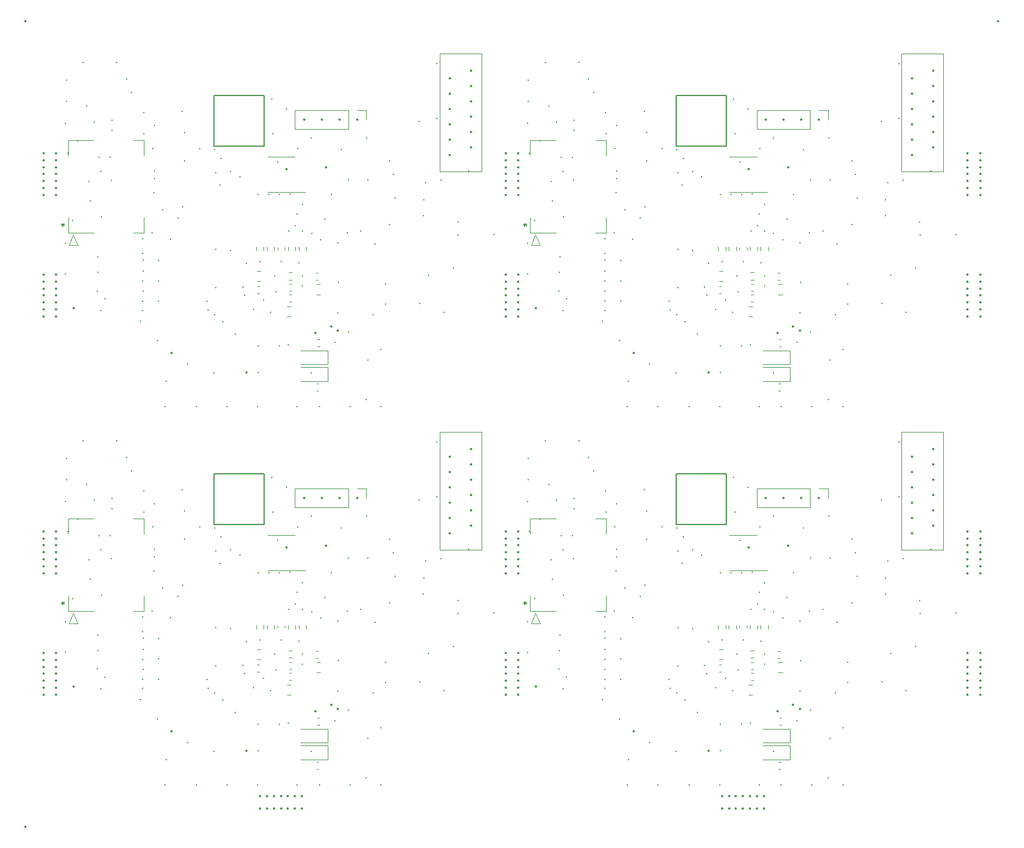
<source format=gbr>
%TF.GenerationSoftware,KiCad,Pcbnew,(6.0.0)*%
%TF.CreationDate,2022-01-03T10:41:28+08:00*%
%TF.ProjectId,SX7H02050048PB,53583748-3032-4303-9530-30343850422e,rev?*%
%TF.SameCoordinates,Original*%
%TF.FileFunction,Legend,Top*%
%TF.FilePolarity,Positive*%
%FSLAX46Y46*%
G04 Gerber Fmt 4.6, Leading zero omitted, Abs format (unit mm)*
G04 Created by KiCad (PCBNEW (6.0.0)) date 2022-01-03 10:41:28*
%MOMM*%
%LPD*%
G01*
G04 APERTURE LIST*
%ADD10C,0.150000*%
%ADD11C,0.120000*%
%ADD12C,0.300000*%
%ADD13C,0.350000*%
G04 APERTURE END LIST*
D10*
X115894998Y-87540114D02*
X123133998Y-87540114D01*
X123133998Y-87540114D02*
X123133998Y-94779114D01*
X123133998Y-94779114D02*
X115894998Y-94779114D01*
X115894998Y-94779114D02*
X115894998Y-87540114D01*
X49544998Y-87540114D02*
X56783998Y-87540114D01*
X56783998Y-87540114D02*
X56783998Y-94779114D01*
X56783998Y-94779114D02*
X49544998Y-94779114D01*
X49544998Y-94779114D02*
X49544998Y-87540114D01*
X115894998Y-33190053D02*
X123133998Y-33190053D01*
X123133998Y-33190053D02*
X123133998Y-40429053D01*
X123133998Y-40429053D02*
X115894998Y-40429053D01*
X115894998Y-40429053D02*
X115894998Y-33190053D01*
X49544998Y-33190053D02*
X56783998Y-33190053D01*
X56783998Y-33190053D02*
X56783998Y-40429053D01*
X56783998Y-40429053D02*
X49544998Y-40429053D01*
X49544998Y-40429053D02*
X49544998Y-33190053D01*
%TO.C,*%
%TO.C,J2*%
X94011378Y-106082114D02*
X94249474Y-106082114D01*
X94154236Y-106320209D02*
X94249474Y-106082114D01*
X94154236Y-105844018D01*
X94439950Y-106224971D02*
X94249474Y-106082114D01*
X94439950Y-105939256D01*
X27661378Y-106082114D02*
X27899474Y-106082114D01*
X27804236Y-106320209D02*
X27899474Y-106082114D01*
X27804236Y-105844018D01*
X28089950Y-106224971D02*
X27899474Y-106082114D01*
X28089950Y-105939256D01*
X94011378Y-51732053D02*
X94249474Y-51732053D01*
X94154236Y-51970148D02*
X94249474Y-51732053D01*
X94154236Y-51493957D01*
X94439950Y-51874910D02*
X94249474Y-51732053D01*
X94439950Y-51589195D01*
X27661378Y-51732053D02*
X27899474Y-51732053D01*
X27804236Y-51970148D02*
X27899474Y-51732053D01*
X27804236Y-51493957D01*
X28089950Y-51874910D02*
X27899474Y-51732053D01*
X28089950Y-51589195D01*
%TO.C,*%
D11*
%TO.C,C120*%
X126989578Y-115609114D02*
X126708418Y-115609114D01*
X126989578Y-114589114D02*
X126708418Y-114589114D01*
%TO.C,R109*%
X129117498Y-109748372D02*
X129117498Y-109273856D01*
X128072498Y-109748372D02*
X128072498Y-109273856D01*
%TO.C,C117*%
X130619746Y-114618114D02*
X131142250Y-114618114D01*
X130619746Y-116088114D02*
X131142250Y-116088114D01*
%TO.C,J2*%
X94975999Y-105073654D02*
X94975999Y-107253601D01*
X105825997Y-93953627D02*
X104346053Y-93953627D01*
X96335999Y-109031601D02*
X95065999Y-109031601D01*
X105825997Y-96133574D02*
X105825997Y-93953627D01*
X104346053Y-107253601D02*
X105825997Y-107253601D01*
X94975999Y-107253601D02*
X98655973Y-107253601D01*
X94975999Y-93953627D02*
X94975999Y-96133574D01*
X95700999Y-107507601D02*
X96335999Y-109031601D01*
X95065999Y-109031601D02*
X95700999Y-107507601D01*
X105825997Y-107253601D02*
X105825997Y-105073654D01*
X98655973Y-93953627D02*
X94975999Y-93953627D01*
%TO.C,L103*%
X127120256Y-113970614D02*
X126645740Y-113970614D01*
X127120256Y-112925614D02*
X126645740Y-112925614D01*
%TO.C,C116*%
X122110746Y-114183114D02*
X122633250Y-114183114D01*
X122110746Y-112713114D02*
X122633250Y-112713114D01*
%TO.C,D107*%
X132241998Y-126132114D02*
X128341998Y-126132114D01*
X132241998Y-126132114D02*
X132241998Y-124132114D01*
X132241998Y-124132114D02*
X128341998Y-124132114D01*
%TO.C,R116*%
X126548498Y-109748372D02*
X126548498Y-109273856D01*
X127593498Y-109748372D02*
X127593498Y-109273856D01*
%TO.C,J1*%
X154312998Y-81537114D02*
X154312998Y-98437114D01*
X148312998Y-81537114D02*
X148312998Y-98437114D01*
X148312998Y-81537114D02*
X154312998Y-81537114D01*
X148312998Y-98437114D02*
X154312998Y-98437114D01*
%TO.C,C135*%
X130894578Y-129960114D02*
X130613418Y-129960114D01*
X130894578Y-128940114D02*
X130613418Y-128940114D01*
%TO.C,D106*%
X132241998Y-128545114D02*
X132241998Y-126545114D01*
X132241998Y-126545114D02*
X128341998Y-126545114D01*
X132241998Y-128545114D02*
X128341998Y-128545114D01*
%TO.C,C122*%
X126056998Y-109370534D02*
X126056998Y-109651694D01*
X125036998Y-109370534D02*
X125036998Y-109651694D01*
%TO.C,R119*%
X121976498Y-109273856D02*
X121976498Y-109748372D01*
X123021498Y-109273856D02*
X123021498Y-109748372D01*
%TO.C,C119*%
X126890250Y-117793114D02*
X126367746Y-117793114D01*
X126890250Y-119263114D02*
X126367746Y-119263114D01*
%TO.C,C113*%
X122104418Y-115990114D02*
X122385578Y-115990114D01*
X122104418Y-114970114D02*
X122385578Y-114970114D01*
%TO.C,J101*%
X127508998Y-89639114D02*
X127508998Y-92299114D01*
X137788998Y-89639114D02*
X137788998Y-90969114D01*
X135188998Y-89639114D02*
X135188998Y-92299114D01*
X136458998Y-89639114D02*
X137788998Y-89639114D01*
X135188998Y-89639114D02*
X127508998Y-89639114D01*
X135188998Y-92299114D02*
X127508998Y-92299114D01*
%TO.C,C136*%
X131021578Y-122590114D02*
X130740418Y-122590114D01*
X131021578Y-123610114D02*
X130740418Y-123610114D01*
%TO.C,R110*%
X123500498Y-109273856D02*
X123500498Y-109748372D01*
X124545498Y-109273856D02*
X124545498Y-109748372D01*
%TO.C,U103*%
X125546998Y-96283114D02*
X123596998Y-96283114D01*
X125546998Y-101403114D02*
X128996998Y-101403114D01*
X125546998Y-101403114D02*
X123596998Y-101403114D01*
X125546998Y-96283114D02*
X127496998Y-96283114D01*
%TO.C,C118*%
X130520418Y-112976354D02*
X130801578Y-112976354D01*
X130520418Y-113996354D02*
X130801578Y-113996354D01*
%TO.C,C121*%
X126989578Y-117175354D02*
X126708418Y-117175354D01*
X126989578Y-116155354D02*
X126708418Y-116155354D01*
%TO.C,C120*%
X60639578Y-115609114D02*
X60358418Y-115609114D01*
X60639578Y-114589114D02*
X60358418Y-114589114D01*
%TO.C,R109*%
X62767498Y-109748372D02*
X62767498Y-109273856D01*
X61722498Y-109748372D02*
X61722498Y-109273856D01*
%TO.C,C117*%
X64269746Y-114618114D02*
X64792250Y-114618114D01*
X64269746Y-116088114D02*
X64792250Y-116088114D01*
%TO.C,J2*%
X28625999Y-105073654D02*
X28625999Y-107253601D01*
X39475997Y-93953627D02*
X37996053Y-93953627D01*
X29985999Y-109031601D02*
X28715999Y-109031601D01*
X39475997Y-96133574D02*
X39475997Y-93953627D01*
X37996053Y-107253601D02*
X39475997Y-107253601D01*
X28625999Y-107253601D02*
X32305973Y-107253601D01*
X28625999Y-93953627D02*
X28625999Y-96133574D01*
X29350999Y-107507601D02*
X29985999Y-109031601D01*
X28715999Y-109031601D02*
X29350999Y-107507601D01*
X39475997Y-107253601D02*
X39475997Y-105073654D01*
X32305973Y-93953627D02*
X28625999Y-93953627D01*
%TO.C,L103*%
X60770256Y-113970614D02*
X60295740Y-113970614D01*
X60770256Y-112925614D02*
X60295740Y-112925614D01*
%TO.C,C116*%
X55760746Y-114183114D02*
X56283250Y-114183114D01*
X55760746Y-112713114D02*
X56283250Y-112713114D01*
%TO.C,D107*%
X65891998Y-126132114D02*
X61991998Y-126132114D01*
X65891998Y-126132114D02*
X65891998Y-124132114D01*
X65891998Y-124132114D02*
X61991998Y-124132114D01*
%TO.C,R116*%
X60198498Y-109748372D02*
X60198498Y-109273856D01*
X61243498Y-109748372D02*
X61243498Y-109273856D01*
%TO.C,J1*%
X87962998Y-81537114D02*
X87962998Y-98437114D01*
X81962998Y-81537114D02*
X81962998Y-98437114D01*
X81962998Y-81537114D02*
X87962998Y-81537114D01*
X81962998Y-98437114D02*
X87962998Y-98437114D01*
%TO.C,C135*%
X64544578Y-129960114D02*
X64263418Y-129960114D01*
X64544578Y-128940114D02*
X64263418Y-128940114D01*
%TO.C,D106*%
X65891998Y-128545114D02*
X65891998Y-126545114D01*
X65891998Y-126545114D02*
X61991998Y-126545114D01*
X65891998Y-128545114D02*
X61991998Y-128545114D01*
%TO.C,C122*%
X59706998Y-109370534D02*
X59706998Y-109651694D01*
X58686998Y-109370534D02*
X58686998Y-109651694D01*
%TO.C,R119*%
X55626498Y-109273856D02*
X55626498Y-109748372D01*
X56671498Y-109273856D02*
X56671498Y-109748372D01*
%TO.C,C119*%
X60540250Y-117793114D02*
X60017746Y-117793114D01*
X60540250Y-119263114D02*
X60017746Y-119263114D01*
%TO.C,C113*%
X55754418Y-115990114D02*
X56035578Y-115990114D01*
X55754418Y-114970114D02*
X56035578Y-114970114D01*
%TO.C,J101*%
X61158998Y-89639114D02*
X61158998Y-92299114D01*
X71438998Y-89639114D02*
X71438998Y-90969114D01*
X68838998Y-89639114D02*
X68838998Y-92299114D01*
X70108998Y-89639114D02*
X71438998Y-89639114D01*
X68838998Y-89639114D02*
X61158998Y-89639114D01*
X68838998Y-92299114D02*
X61158998Y-92299114D01*
%TO.C,C136*%
X64671578Y-122590114D02*
X64390418Y-122590114D01*
X64671578Y-123610114D02*
X64390418Y-123610114D01*
%TO.C,R110*%
X57150498Y-109273856D02*
X57150498Y-109748372D01*
X58195498Y-109273856D02*
X58195498Y-109748372D01*
%TO.C,U103*%
X59196998Y-96283114D02*
X57246998Y-96283114D01*
X59196998Y-101403114D02*
X62646998Y-101403114D01*
X59196998Y-101403114D02*
X57246998Y-101403114D01*
X59196998Y-96283114D02*
X61146998Y-96283114D01*
%TO.C,C118*%
X64170418Y-112976354D02*
X64451578Y-112976354D01*
X64170418Y-113996354D02*
X64451578Y-113996354D01*
%TO.C,C121*%
X60639578Y-117175354D02*
X60358418Y-117175354D01*
X60639578Y-116155354D02*
X60358418Y-116155354D01*
%TO.C,C120*%
X126989578Y-61259053D02*
X126708418Y-61259053D01*
X126989578Y-60239053D02*
X126708418Y-60239053D01*
%TO.C,R109*%
X129117498Y-55398311D02*
X129117498Y-54923795D01*
X128072498Y-55398311D02*
X128072498Y-54923795D01*
%TO.C,C117*%
X130619746Y-60268053D02*
X131142250Y-60268053D01*
X130619746Y-61738053D02*
X131142250Y-61738053D01*
%TO.C,J2*%
X94975999Y-50723593D02*
X94975999Y-52903540D01*
X105825997Y-39603566D02*
X104346053Y-39603566D01*
X96335999Y-54681540D02*
X95065999Y-54681540D01*
X105825997Y-41783513D02*
X105825997Y-39603566D01*
X104346053Y-52903540D02*
X105825997Y-52903540D01*
X94975999Y-52903540D02*
X98655973Y-52903540D01*
X94975999Y-39603566D02*
X94975999Y-41783513D01*
X95700999Y-53157540D02*
X96335999Y-54681540D01*
X95065999Y-54681540D02*
X95700999Y-53157540D01*
X105825997Y-52903540D02*
X105825997Y-50723593D01*
X98655973Y-39603566D02*
X94975999Y-39603566D01*
%TO.C,L103*%
X127120256Y-59620553D02*
X126645740Y-59620553D01*
X127120256Y-58575553D02*
X126645740Y-58575553D01*
%TO.C,C116*%
X122110746Y-59833053D02*
X122633250Y-59833053D01*
X122110746Y-58363053D02*
X122633250Y-58363053D01*
%TO.C,D107*%
X132241998Y-71782053D02*
X128341998Y-71782053D01*
X132241998Y-71782053D02*
X132241998Y-69782053D01*
X132241998Y-69782053D02*
X128341998Y-69782053D01*
%TO.C,R116*%
X126548498Y-55398311D02*
X126548498Y-54923795D01*
X127593498Y-55398311D02*
X127593498Y-54923795D01*
%TO.C,J1*%
X154312998Y-27187053D02*
X154312998Y-44087053D01*
X148312998Y-27187053D02*
X148312998Y-44087053D01*
X148312998Y-27187053D02*
X154312998Y-27187053D01*
X148312998Y-44087053D02*
X154312998Y-44087053D01*
%TO.C,C135*%
X130894578Y-75610053D02*
X130613418Y-75610053D01*
X130894578Y-74590053D02*
X130613418Y-74590053D01*
%TO.C,D106*%
X132241998Y-74195053D02*
X132241998Y-72195053D01*
X132241998Y-72195053D02*
X128341998Y-72195053D01*
X132241998Y-74195053D02*
X128341998Y-74195053D01*
%TO.C,C122*%
X126056998Y-55020473D02*
X126056998Y-55301633D01*
X125036998Y-55020473D02*
X125036998Y-55301633D01*
%TO.C,R119*%
X121976498Y-54923795D02*
X121976498Y-55398311D01*
X123021498Y-54923795D02*
X123021498Y-55398311D01*
%TO.C,C119*%
X126890250Y-63443053D02*
X126367746Y-63443053D01*
X126890250Y-64913053D02*
X126367746Y-64913053D01*
%TO.C,C113*%
X122104418Y-61640053D02*
X122385578Y-61640053D01*
X122104418Y-60620053D02*
X122385578Y-60620053D01*
%TO.C,J101*%
X127508998Y-35289053D02*
X127508998Y-37949053D01*
X137788998Y-35289053D02*
X137788998Y-36619053D01*
X135188998Y-35289053D02*
X135188998Y-37949053D01*
X136458998Y-35289053D02*
X137788998Y-35289053D01*
X135188998Y-35289053D02*
X127508998Y-35289053D01*
X135188998Y-37949053D02*
X127508998Y-37949053D01*
%TO.C,C136*%
X131021578Y-68240053D02*
X130740418Y-68240053D01*
X131021578Y-69260053D02*
X130740418Y-69260053D01*
%TO.C,R110*%
X123500498Y-54923795D02*
X123500498Y-55398311D01*
X124545498Y-54923795D02*
X124545498Y-55398311D01*
%TO.C,U103*%
X125546998Y-41933053D02*
X123596998Y-41933053D01*
X125546998Y-47053053D02*
X128996998Y-47053053D01*
X125546998Y-47053053D02*
X123596998Y-47053053D01*
X125546998Y-41933053D02*
X127496998Y-41933053D01*
%TO.C,C118*%
X130520418Y-58626293D02*
X130801578Y-58626293D01*
X130520418Y-59646293D02*
X130801578Y-59646293D01*
%TO.C,C121*%
X126989578Y-62825293D02*
X126708418Y-62825293D01*
X126989578Y-61805293D02*
X126708418Y-61805293D01*
%TO.C,C120*%
X60639578Y-61259053D02*
X60358418Y-61259053D01*
X60639578Y-60239053D02*
X60358418Y-60239053D01*
%TO.C,R109*%
X62767498Y-55398311D02*
X62767498Y-54923795D01*
X61722498Y-55398311D02*
X61722498Y-54923795D01*
%TO.C,C117*%
X64269746Y-60268053D02*
X64792250Y-60268053D01*
X64269746Y-61738053D02*
X64792250Y-61738053D01*
%TO.C,J2*%
X28625999Y-50723593D02*
X28625999Y-52903540D01*
X39475997Y-39603566D02*
X37996053Y-39603566D01*
X29985999Y-54681540D02*
X28715999Y-54681540D01*
X39475997Y-41783513D02*
X39475997Y-39603566D01*
X37996053Y-52903540D02*
X39475997Y-52903540D01*
X28625999Y-52903540D02*
X32305973Y-52903540D01*
X28625999Y-39603566D02*
X28625999Y-41783513D01*
X29350999Y-53157540D02*
X29985999Y-54681540D01*
X28715999Y-54681540D02*
X29350999Y-53157540D01*
X39475997Y-52903540D02*
X39475997Y-50723593D01*
X32305973Y-39603566D02*
X28625999Y-39603566D01*
%TO.C,L103*%
X60770256Y-59620553D02*
X60295740Y-59620553D01*
X60770256Y-58575553D02*
X60295740Y-58575553D01*
%TO.C,C116*%
X55760746Y-59833053D02*
X56283250Y-59833053D01*
X55760746Y-58363053D02*
X56283250Y-58363053D01*
%TO.C,D107*%
X65891998Y-71782053D02*
X61991998Y-71782053D01*
X65891998Y-71782053D02*
X65891998Y-69782053D01*
X65891998Y-69782053D02*
X61991998Y-69782053D01*
%TO.C,R116*%
X60198498Y-55398311D02*
X60198498Y-54923795D01*
X61243498Y-55398311D02*
X61243498Y-54923795D01*
%TO.C,J1*%
X87962998Y-27187053D02*
X87962998Y-44087053D01*
X81962998Y-27187053D02*
X81962998Y-44087053D01*
X81962998Y-27187053D02*
X87962998Y-27187053D01*
X81962998Y-44087053D02*
X87962998Y-44087053D01*
%TO.C,C135*%
X64544578Y-75610053D02*
X64263418Y-75610053D01*
X64544578Y-74590053D02*
X64263418Y-74590053D01*
%TO.C,D106*%
X65891998Y-74195053D02*
X65891998Y-72195053D01*
X65891998Y-72195053D02*
X61991998Y-72195053D01*
X65891998Y-74195053D02*
X61991998Y-74195053D01*
%TO.C,C122*%
X59706998Y-55020473D02*
X59706998Y-55301633D01*
X58686998Y-55020473D02*
X58686998Y-55301633D01*
%TO.C,R119*%
X55626498Y-54923795D02*
X55626498Y-55398311D01*
X56671498Y-54923795D02*
X56671498Y-55398311D01*
%TO.C,C119*%
X60540250Y-63443053D02*
X60017746Y-63443053D01*
X60540250Y-64913053D02*
X60017746Y-64913053D01*
%TO.C,C113*%
X55754418Y-61640053D02*
X56035578Y-61640053D01*
X55754418Y-60620053D02*
X56035578Y-60620053D01*
%TO.C,J101*%
X61158998Y-35289053D02*
X61158998Y-37949053D01*
X71438998Y-35289053D02*
X71438998Y-36619053D01*
X68838998Y-35289053D02*
X68838998Y-37949053D01*
X70108998Y-35289053D02*
X71438998Y-35289053D01*
X68838998Y-35289053D02*
X61158998Y-35289053D01*
X68838998Y-37949053D02*
X61158998Y-37949053D01*
%TO.C,C136*%
X64671578Y-68240053D02*
X64390418Y-68240053D01*
X64671578Y-69260053D02*
X64390418Y-69260053D01*
%TO.C,R110*%
X57150498Y-54923795D02*
X57150498Y-55398311D01*
X58195498Y-54923795D02*
X58195498Y-55398311D01*
%TO.C,U103*%
X59196998Y-41933053D02*
X57246998Y-41933053D01*
X59196998Y-47053053D02*
X62646998Y-47053053D01*
X59196998Y-47053053D02*
X57246998Y-47053053D01*
X59196998Y-41933053D02*
X61146998Y-41933053D01*
%TO.C,C118*%
X64170418Y-58626293D02*
X64451578Y-58626293D01*
X64170418Y-59646293D02*
X64451578Y-59646293D01*
%TO.C,C121*%
X60639578Y-62825293D02*
X60358418Y-62825293D01*
X60639578Y-61805293D02*
X60358418Y-61805293D01*
%TD*%
D12*
X127628598Y-106258714D03*
X122244998Y-101764114D03*
X118307998Y-98462114D03*
X125332498Y-101758730D03*
X123768998Y-101764114D03*
X119617498Y-99224114D03*
X150932998Y-105701114D03*
X139008998Y-108811114D03*
X133674998Y-108686114D03*
X105836598Y-93051914D03*
X115049748Y-118317864D03*
X116021998Y-119036114D03*
X107385998Y-98335114D03*
X114914998Y-117095114D03*
X107385998Y-91858114D03*
X117164998Y-120052114D03*
X107258998Y-101510114D03*
X122498998Y-111416114D03*
X105698998Y-108114114D03*
X105701898Y-114185314D03*
X105690598Y-117082814D03*
X105722598Y-111158014D03*
X146013536Y-102506576D03*
X135198998Y-99605114D03*
X137992998Y-99605114D03*
X126689998Y-106971114D03*
X128594998Y-106971114D03*
X107131998Y-95160114D03*
X105811198Y-90003914D03*
X107385998Y-99478114D03*
X97987998Y-99859114D03*
X99210998Y-112917214D03*
X100227298Y-116728814D03*
X99220198Y-110700814D03*
X99118598Y-115577614D03*
X99765998Y-104939114D03*
X125292998Y-123481114D03*
X122244998Y-127291114D03*
X95574998Y-105447114D03*
X145993998Y-104812114D03*
X146311498Y-100049614D03*
X132785998Y-101764114D03*
X126562998Y-123354114D03*
X122244998Y-123481114D03*
X126816998Y-101637114D03*
X128594998Y-114845114D03*
X126300998Y-89437114D03*
D13*
X132724164Y-120726614D03*
D12*
X128594998Y-113448114D03*
D13*
X133674998Y-121322114D03*
D12*
X116783998Y-100367114D03*
X135071998Y-107225114D03*
X120029458Y-115010524D03*
X127832998Y-104558114D03*
X129930998Y-107286114D03*
X109630954Y-108137958D03*
X107957798Y-114140214D03*
X110742898Y-105146414D03*
D13*
X109798998Y-124497114D03*
D12*
X107957798Y-117050814D03*
X107948598Y-111179614D03*
X94558998Y-108749114D03*
X101162998Y-99732114D03*
X118942998Y-121830114D03*
X107766998Y-122719114D03*
X135449366Y-132244114D03*
X148914998Y-118655114D03*
X152470998Y-98335114D03*
X97606998Y-89064114D03*
X124187398Y-88057114D03*
X113333226Y-132244114D03*
X113862998Y-95160114D03*
X111703998Y-92874114D03*
X101289998Y-92493114D03*
X128086998Y-111543114D03*
X145485998Y-117385114D03*
X116148998Y-109638114D03*
X146755998Y-113321114D03*
X107009098Y-107203814D03*
D13*
X120593998Y-127291114D03*
D12*
X112084998Y-126148114D03*
X116021998Y-95287114D03*
X94711398Y-88378314D03*
X94558998Y-91477114D03*
X134182998Y-95287114D03*
X120339998Y-116242114D03*
X117756454Y-132244114D03*
X99638998Y-118401114D03*
X133674998Y-118782114D03*
X101035998Y-96430114D03*
X111449998Y-103542114D03*
X128594998Y-103161114D03*
X104058598Y-87057514D03*
X125038998Y-97065114D03*
X109036998Y-128561114D03*
X124657998Y-113448114D03*
X94711398Y-85279514D03*
X147898998Y-90842114D03*
X131261998Y-108241114D03*
D13*
X132023998Y-97827114D03*
D12*
X124784998Y-115734114D03*
X137738998Y-131228114D03*
X111322998Y-89826114D03*
X127959998Y-95160114D03*
X141929998Y-102272114D03*
X136976998Y-106971114D03*
X103347398Y-85177914D03*
X124403998Y-93001114D03*
X141167998Y-96938114D03*
X150946998Y-107606114D03*
X121609998Y-118274114D03*
X124022998Y-118655114D03*
X156153998Y-107479114D03*
X98749998Y-91350114D03*
X135198998Y-121449114D03*
X137992998Y-125513114D03*
X138754998Y-119036114D03*
X99384998Y-96430114D03*
X133801998Y-114337114D03*
X131026138Y-132244114D03*
X123006998Y-116877114D03*
X105713398Y-112714014D03*
X122179682Y-132244114D03*
X118307998Y-109765114D03*
X99638998Y-98462114D03*
X139897998Y-123989114D03*
X133293998Y-122973114D03*
X116910998Y-96557114D03*
D13*
X126308998Y-98081114D03*
D12*
X129864998Y-127418114D03*
X137865998Y-93636114D03*
X131848504Y-105272224D03*
X98114998Y-102653114D03*
X127832998Y-132244114D03*
X140532998Y-117512114D03*
X116148998Y-98589114D03*
X150311998Y-112305114D03*
X139872598Y-132244114D03*
X101289998Y-91096114D03*
X105722598Y-115587014D03*
X148533998Y-99732114D03*
X115894998Y-127418114D03*
X105671798Y-118371614D03*
X140532998Y-114591114D03*
D13*
X95756898Y-118049614D03*
D12*
X116148998Y-115099114D03*
X105353998Y-119925114D03*
X94558998Y-113194114D03*
X125546998Y-111416114D03*
X147898998Y-82968114D03*
D13*
X130501278Y-121663614D03*
D12*
X108528998Y-103923114D03*
X105688298Y-110201014D03*
X108909998Y-132244114D03*
X96336998Y-94017114D03*
X111703998Y-96938114D03*
X145358998Y-91223114D03*
X141167998Y-106082114D03*
X94874893Y-95833462D03*
X120593998Y-111670114D03*
X97098998Y-82739514D03*
X129864998Y-93636114D03*
X101924998Y-82790314D03*
X141675998Y-98843114D03*
X61278598Y-106258714D03*
X55894998Y-101764114D03*
X51957998Y-98462114D03*
X58982498Y-101758730D03*
X57418998Y-101764114D03*
X53267498Y-99224114D03*
X84582998Y-105701114D03*
X72658998Y-108811114D03*
X67324998Y-108686114D03*
X39486598Y-93051914D03*
X48699748Y-118317864D03*
X49671998Y-119036114D03*
X41035998Y-98335114D03*
X48564998Y-117095114D03*
X41035998Y-91858114D03*
X50814998Y-120052114D03*
X40908998Y-101510114D03*
X56148998Y-111416114D03*
X39348998Y-108114114D03*
X39351898Y-114185314D03*
X39340598Y-117082814D03*
X39372598Y-111158014D03*
X79663536Y-102506576D03*
X68848998Y-99605114D03*
X71642998Y-99605114D03*
X60339998Y-106971114D03*
X62244998Y-106971114D03*
X40781998Y-95160114D03*
X39461198Y-90003914D03*
X41035998Y-99478114D03*
X31637998Y-99859114D03*
X32860998Y-112917214D03*
X33877298Y-116728814D03*
X32870198Y-110700814D03*
X32768598Y-115577614D03*
X33415998Y-104939114D03*
X58942998Y-123481114D03*
X55894998Y-127291114D03*
X29224998Y-105447114D03*
X79643998Y-104812114D03*
X79961498Y-100049614D03*
X66435998Y-101764114D03*
X60212998Y-123354114D03*
X55894998Y-123481114D03*
X60466998Y-101637114D03*
X62244998Y-114845114D03*
X59950998Y-89437114D03*
D13*
X66374164Y-120726614D03*
D12*
X62244998Y-113448114D03*
D13*
X67324998Y-121322114D03*
D12*
X50433998Y-100367114D03*
X68721998Y-107225114D03*
X53679458Y-115010524D03*
X61482998Y-104558114D03*
X63580998Y-107286114D03*
X43280954Y-108137958D03*
X41607798Y-114140214D03*
X44392898Y-105146414D03*
D13*
X43448998Y-124497114D03*
D12*
X41607798Y-117050814D03*
X41598598Y-111179614D03*
X28208998Y-108749114D03*
X34812998Y-99732114D03*
X52592998Y-121830114D03*
X41416998Y-122719114D03*
X69099366Y-132244114D03*
X82564998Y-118655114D03*
X86120998Y-98335114D03*
X31256998Y-89064114D03*
X57837398Y-88057114D03*
X46983226Y-132244114D03*
X47512998Y-95160114D03*
X45353998Y-92874114D03*
X34939998Y-92493114D03*
X61736998Y-111543114D03*
X79135998Y-117385114D03*
X49798998Y-109638114D03*
X80405998Y-113321114D03*
X40659098Y-107203814D03*
D13*
X54243998Y-127291114D03*
D12*
X45734998Y-126148114D03*
X49671998Y-95287114D03*
X28361398Y-88378314D03*
X28208998Y-91477114D03*
X67832998Y-95287114D03*
X53989998Y-116242114D03*
X51406454Y-132244114D03*
X33288998Y-118401114D03*
X67324998Y-118782114D03*
X34685998Y-96430114D03*
X45099998Y-103542114D03*
X62244998Y-103161114D03*
X37708598Y-87057514D03*
X58688998Y-97065114D03*
X42686998Y-128561114D03*
X58307998Y-113448114D03*
X28361398Y-85279514D03*
X81548998Y-90842114D03*
X64911998Y-108241114D03*
D13*
X65673998Y-97827114D03*
D12*
X58434998Y-115734114D03*
X71388998Y-131228114D03*
X44972998Y-89826114D03*
X61609998Y-95160114D03*
X75579998Y-102272114D03*
X70626998Y-106971114D03*
X36997398Y-85177914D03*
X58053998Y-93001114D03*
X74817998Y-96938114D03*
X84596998Y-107606114D03*
X55259998Y-118274114D03*
X57672998Y-118655114D03*
X89803998Y-107479114D03*
X32399998Y-91350114D03*
X68848998Y-121449114D03*
X71642998Y-125513114D03*
X72404998Y-119036114D03*
X33034998Y-96430114D03*
X67451998Y-114337114D03*
X64676138Y-132244114D03*
X56656998Y-116877114D03*
X39363398Y-112714014D03*
X55829682Y-132244114D03*
X51957998Y-109765114D03*
X33288998Y-98462114D03*
X73547998Y-123989114D03*
X66943998Y-122973114D03*
X50560998Y-96557114D03*
D13*
X59958998Y-98081114D03*
D12*
X63514998Y-127418114D03*
X71515998Y-93636114D03*
X65498504Y-105272224D03*
X31764998Y-102653114D03*
X61482998Y-132244114D03*
X74182998Y-117512114D03*
X49798998Y-98589114D03*
X83961998Y-112305114D03*
X73522598Y-132244114D03*
X34939998Y-91096114D03*
X39372598Y-115587014D03*
X82183998Y-99732114D03*
X49544998Y-127418114D03*
X39321798Y-118371614D03*
X74182998Y-114591114D03*
D13*
X29406898Y-118049614D03*
D12*
X49798998Y-115099114D03*
X39003998Y-119925114D03*
X28208998Y-113194114D03*
X59196998Y-111416114D03*
X81548998Y-82968114D03*
D13*
X64151278Y-121663614D03*
D12*
X42178998Y-103923114D03*
X39338298Y-110201014D03*
X42559998Y-132244114D03*
X29986998Y-94017114D03*
X45353998Y-96938114D03*
X79008998Y-91223114D03*
X74817998Y-106082114D03*
X28524893Y-95833462D03*
X54243998Y-111670114D03*
X30748998Y-82739514D03*
X63514998Y-93636114D03*
X35574998Y-82790314D03*
X75325998Y-98843114D03*
X127628598Y-51908653D03*
X122244998Y-47414053D03*
X118307998Y-44112053D03*
X125332498Y-47408669D03*
X123768998Y-47414053D03*
X119617498Y-44874053D03*
X150932998Y-51351053D03*
X139008998Y-54461053D03*
X133674998Y-54336053D03*
X105836598Y-38701853D03*
X115049748Y-63967803D03*
X116021998Y-64686053D03*
X107385998Y-43985053D03*
X114914998Y-62745053D03*
X107385998Y-37508053D03*
X117164998Y-65702053D03*
X107258998Y-47160053D03*
X122498998Y-57066053D03*
X105698998Y-53764053D03*
X105701898Y-59835253D03*
X105690598Y-62732753D03*
X105722598Y-56807953D03*
X146013536Y-48156515D03*
X135198998Y-45255053D03*
X137992998Y-45255053D03*
X126689998Y-52621053D03*
X128594998Y-52621053D03*
X107131998Y-40810053D03*
X105811198Y-35653853D03*
X107385998Y-45128053D03*
X97987998Y-45509053D03*
X99210998Y-58567153D03*
X100227298Y-62378753D03*
X99220198Y-56350753D03*
X99118598Y-61227553D03*
X99765998Y-50589053D03*
X125292998Y-69131053D03*
X122244998Y-72941053D03*
X95574998Y-51097053D03*
X145993998Y-50462053D03*
X146311498Y-45699553D03*
X132785998Y-47414053D03*
X126562998Y-69004053D03*
X122244998Y-69131053D03*
X126816998Y-47287053D03*
X128594998Y-60495053D03*
X126300998Y-35087053D03*
D13*
X132724164Y-66376553D03*
D12*
X128594998Y-59098053D03*
D13*
X133674998Y-66972053D03*
D12*
X116783998Y-46017053D03*
X135071998Y-52875053D03*
X120029458Y-60660463D03*
X127832998Y-50208053D03*
X129930998Y-52936053D03*
X109630954Y-53787897D03*
X107957798Y-59790153D03*
X110742898Y-50796353D03*
D13*
X109798998Y-70147053D03*
D12*
X107957798Y-62700753D03*
X107948598Y-56829553D03*
X94558998Y-54399053D03*
X101162998Y-45382053D03*
X118942998Y-67480053D03*
X107766998Y-68369053D03*
X135449366Y-77894053D03*
X148914998Y-64305053D03*
X152470998Y-43985053D03*
X97606998Y-34714053D03*
X124187398Y-33707053D03*
X113333226Y-77894053D03*
X113862998Y-40810053D03*
X111703998Y-38524053D03*
X101289998Y-38143053D03*
X128086998Y-57193053D03*
X145485998Y-63035053D03*
X116148998Y-55288053D03*
X146755998Y-58971053D03*
X107009098Y-52853753D03*
D13*
X120593998Y-72941053D03*
D12*
X112084998Y-71798053D03*
X116021998Y-40937053D03*
X94711398Y-34028253D03*
X94558998Y-37127053D03*
X134182998Y-40937053D03*
X120339998Y-61892053D03*
X117756454Y-77894053D03*
X99638998Y-64051053D03*
X133674998Y-64432053D03*
X101035998Y-42080053D03*
X111449998Y-49192053D03*
X128594998Y-48811053D03*
X104058598Y-32707453D03*
X125038998Y-42715053D03*
X109036998Y-74211053D03*
X124657998Y-59098053D03*
X94711398Y-30929453D03*
X147898998Y-36492053D03*
X131261998Y-53891053D03*
D13*
X132023998Y-43477053D03*
D12*
X124784998Y-61384053D03*
X137738998Y-76878053D03*
X111322998Y-35476053D03*
X127959998Y-40810053D03*
X141929998Y-47922053D03*
X136976998Y-52621053D03*
X103347398Y-30827853D03*
X124403998Y-38651053D03*
X141167998Y-42588053D03*
X150946998Y-53256053D03*
X121609998Y-63924053D03*
X124022998Y-64305053D03*
X156153998Y-53129053D03*
X98749998Y-37000053D03*
X135198998Y-67099053D03*
X137992998Y-71163053D03*
X138754998Y-64686053D03*
X99384998Y-42080053D03*
X133801998Y-59987053D03*
X131026138Y-77894053D03*
X123006998Y-62527053D03*
X105713398Y-58363953D03*
X122179682Y-77894053D03*
X118307998Y-55415053D03*
X99638998Y-44112053D03*
X139897998Y-69639053D03*
X133293998Y-68623053D03*
X116910998Y-42207053D03*
D13*
X126308998Y-43731053D03*
D12*
X129864998Y-73068053D03*
X137865998Y-39286053D03*
X131848504Y-50922163D03*
X98114998Y-48303053D03*
X127832998Y-77894053D03*
X140532998Y-63162053D03*
X116148998Y-44239053D03*
X150311998Y-57955053D03*
X139872598Y-77894053D03*
X101289998Y-36746053D03*
X105722598Y-61236953D03*
X148533998Y-45382053D03*
X115894998Y-73068053D03*
X105671798Y-64021553D03*
X140532998Y-60241053D03*
D13*
X95756898Y-63699553D03*
D12*
X116148998Y-60749053D03*
X105353998Y-65575053D03*
X94558998Y-58844053D03*
X125546998Y-57066053D03*
X147898998Y-28618053D03*
D13*
X130501278Y-67313553D03*
D12*
X108528998Y-49573053D03*
X105688298Y-55850953D03*
X108909998Y-77894053D03*
X96336998Y-39667053D03*
X111703998Y-42588053D03*
X145358998Y-36873053D03*
X141167998Y-51732053D03*
X94874893Y-41483401D03*
X120593998Y-57320053D03*
X97098998Y-28389453D03*
X129864998Y-39286053D03*
X101924998Y-28440253D03*
X141675998Y-44493053D03*
X61278598Y-51908653D03*
X55894998Y-47414053D03*
X51957998Y-44112053D03*
X58982498Y-47408669D03*
X57418998Y-47414053D03*
X53267498Y-44874053D03*
X84582998Y-51351053D03*
X72658998Y-54461053D03*
X67324998Y-54336053D03*
X39486598Y-38701853D03*
X48699748Y-63967803D03*
X49671998Y-64686053D03*
X41035998Y-43985053D03*
X48564998Y-62745053D03*
X41035998Y-37508053D03*
X50814998Y-65702053D03*
X40908998Y-47160053D03*
X56148998Y-57066053D03*
X39348998Y-53764053D03*
X39351898Y-59835253D03*
X39340598Y-62732753D03*
X39372598Y-56807953D03*
X79663536Y-48156515D03*
X68848998Y-45255053D03*
X71642998Y-45255053D03*
X60339998Y-52621053D03*
X62244998Y-52621053D03*
X40781998Y-40810053D03*
X39461198Y-35653853D03*
X41035998Y-45128053D03*
X31637998Y-45509053D03*
X32860998Y-58567153D03*
X33877298Y-62378753D03*
X32870198Y-56350753D03*
X32768598Y-61227553D03*
X33415998Y-50589053D03*
X58942998Y-69131053D03*
X55894998Y-72941053D03*
X29224998Y-51097053D03*
X79643998Y-50462053D03*
X79961498Y-45699553D03*
X66435998Y-47414053D03*
X60212998Y-69004053D03*
X55894998Y-69131053D03*
X60466998Y-47287053D03*
X62244998Y-60495053D03*
X59950998Y-35087053D03*
D13*
X66374164Y-66376553D03*
D12*
X62244998Y-59098053D03*
D13*
X67324998Y-66972053D03*
D12*
X50433998Y-46017053D03*
X68721998Y-52875053D03*
X53679458Y-60660463D03*
X61482998Y-50208053D03*
X63580998Y-52936053D03*
X43280954Y-53787897D03*
X41607798Y-59790153D03*
X44392898Y-50796353D03*
D13*
X43448998Y-70147053D03*
D12*
X41607798Y-62700753D03*
X41598598Y-56829553D03*
X28208998Y-54399053D03*
X34812998Y-45382053D03*
X52592998Y-67480053D03*
X41416998Y-68369053D03*
X69099366Y-77894053D03*
X82564998Y-64305053D03*
X86120998Y-43985053D03*
X31256998Y-34714053D03*
X57837398Y-33707053D03*
X46983226Y-77894053D03*
X47512998Y-40810053D03*
X45353998Y-38524053D03*
X34939998Y-38143053D03*
X61736998Y-57193053D03*
X79135998Y-63035053D03*
X49798998Y-55288053D03*
X80405998Y-58971053D03*
X40659098Y-52853753D03*
D13*
X54243998Y-72941053D03*
D12*
X45734998Y-71798053D03*
X49671998Y-40937053D03*
X28361398Y-34028253D03*
X28208998Y-37127053D03*
X67832998Y-40937053D03*
X53989998Y-61892053D03*
X51406454Y-77894053D03*
X33288998Y-64051053D03*
X67324998Y-64432053D03*
X34685998Y-42080053D03*
X45099998Y-49192053D03*
X62244998Y-48811053D03*
X37708598Y-32707453D03*
X58688998Y-42715053D03*
X42686998Y-74211053D03*
X58307998Y-59098053D03*
X28361398Y-30929453D03*
X81548998Y-36492053D03*
X64911998Y-53891053D03*
D13*
X65673998Y-43477053D03*
D12*
X58434998Y-61384053D03*
X71388998Y-76878053D03*
X44972998Y-35476053D03*
X61609998Y-40810053D03*
X75579998Y-47922053D03*
X70626998Y-52621053D03*
X36997398Y-30827853D03*
X58053998Y-38651053D03*
X74817998Y-42588053D03*
X84596998Y-53256053D03*
X55259998Y-63924053D03*
X57672998Y-64305053D03*
X89803998Y-53129053D03*
X32399998Y-37000053D03*
X68848998Y-67099053D03*
X71642998Y-71163053D03*
X72404998Y-64686053D03*
X33034998Y-42080053D03*
X67451998Y-59987053D03*
X64676138Y-77894053D03*
X56656998Y-62527053D03*
X39363398Y-58363953D03*
X55829682Y-77894053D03*
X51957998Y-55415053D03*
X33288998Y-44112053D03*
X73547998Y-69639053D03*
X66943998Y-68623053D03*
X50560998Y-42207053D03*
D13*
X59958998Y-43731053D03*
D12*
X63514998Y-73068053D03*
X71515998Y-39286053D03*
X65498504Y-50922163D03*
X31764998Y-48303053D03*
X61482998Y-77894053D03*
X74182998Y-63162053D03*
X49798998Y-44239053D03*
X83961998Y-57955053D03*
X73522598Y-77894053D03*
X34939998Y-36746053D03*
X39372598Y-61236953D03*
X82183998Y-45382053D03*
X49544998Y-73068053D03*
X39321798Y-64021553D03*
X74182998Y-60241053D03*
D13*
X29406898Y-63699553D03*
D12*
X49798998Y-60749053D03*
X39003998Y-65575053D03*
X28208998Y-58844053D03*
X59196998Y-57066053D03*
X81548998Y-28618053D03*
D13*
X64151278Y-67313553D03*
D12*
X42178998Y-49573053D03*
X39338298Y-55850953D03*
X42559998Y-77894053D03*
X29986998Y-39667053D03*
X45353998Y-42588053D03*
X79008998Y-36873053D03*
X74817998Y-51732053D03*
X28524893Y-41483401D03*
X54243998Y-57320053D03*
X30748998Y-28389453D03*
X63514998Y-39286053D03*
X35574998Y-28440253D03*
X75325998Y-44493053D03*
D13*
X128525000Y-135600122D03*
X122525000Y-135600122D03*
X127525000Y-135600122D03*
X123525000Y-135600122D03*
X126525000Y-135600122D03*
X124525000Y-135600122D03*
X125525000Y-135600122D03*
X128525000Y-133800122D03*
X122525000Y-133800122D03*
X127525000Y-133800122D03*
X123525000Y-133800122D03*
X126525000Y-133800122D03*
X124525000Y-133800122D03*
X125525000Y-133800122D03*
X62175000Y-135600122D03*
X56175000Y-135600122D03*
X61175000Y-135600122D03*
X57175000Y-135600122D03*
X60175000Y-135600122D03*
X58175000Y-135600122D03*
X59175000Y-135600122D03*
X62175000Y-133800122D03*
X56175000Y-133800122D03*
X61175000Y-133800122D03*
X57175000Y-133800122D03*
X60175000Y-133800122D03*
X58175000Y-133800122D03*
X59175000Y-133800122D03*
X159600000Y-119250101D03*
X159600000Y-113250101D03*
X159600000Y-118250101D03*
X159600000Y-114250101D03*
X159600000Y-117250101D03*
X159600000Y-115250101D03*
X159600000Y-116250101D03*
X157800000Y-119250101D03*
X157800000Y-113250101D03*
X157800000Y-118250101D03*
X157800000Y-114250101D03*
X157800000Y-117250101D03*
X157800000Y-115250101D03*
X157800000Y-116250101D03*
X159600000Y-101800081D03*
X159600000Y-95800081D03*
X159600000Y-100800081D03*
X159600000Y-96800081D03*
X159600000Y-99800081D03*
X159600000Y-97800081D03*
X159600000Y-98800081D03*
X157800000Y-101800081D03*
X157800000Y-95800081D03*
X157800000Y-100800081D03*
X157800000Y-96800081D03*
X157800000Y-99800081D03*
X157800000Y-97800081D03*
X157800000Y-98800081D03*
X93250000Y-119250101D03*
X93250000Y-113250101D03*
X93250000Y-118250101D03*
X93250000Y-114250101D03*
X93250000Y-117250101D03*
X93250000Y-115250101D03*
X93250000Y-116250101D03*
X91450000Y-119250101D03*
X91450000Y-113250101D03*
X91450000Y-118250101D03*
X91450000Y-114250101D03*
X91450000Y-117250101D03*
X91450000Y-115250101D03*
X91450000Y-116250101D03*
X93250000Y-101800081D03*
X93250000Y-95800081D03*
X93250000Y-100800081D03*
X93250000Y-96800081D03*
X93250000Y-99800081D03*
X93250000Y-97800081D03*
X93250000Y-98800081D03*
X91450000Y-101800081D03*
X91450000Y-95800081D03*
X91450000Y-100800081D03*
X91450000Y-96800081D03*
X91450000Y-99800081D03*
X91450000Y-97800081D03*
X91450000Y-98800081D03*
X26900000Y-119250101D03*
X26900000Y-113250101D03*
X26900000Y-118250101D03*
X26900000Y-114250101D03*
X26900000Y-117250101D03*
X26900000Y-115250101D03*
X26900000Y-116250101D03*
X25100000Y-119250101D03*
X25100000Y-113250101D03*
X25100000Y-118250101D03*
X25100000Y-114250101D03*
X25100000Y-117250101D03*
X25100000Y-115250101D03*
X25100000Y-116250101D03*
X26900000Y-101800081D03*
X26900000Y-95800081D03*
X26900000Y-100800081D03*
X26900000Y-96800081D03*
X26900000Y-99800081D03*
X26900000Y-97800081D03*
X26900000Y-98800081D03*
X25100000Y-101800081D03*
X25100000Y-95800081D03*
X25100000Y-100800081D03*
X25100000Y-96800081D03*
X25100000Y-99800081D03*
X25100000Y-97800081D03*
X25100000Y-98800081D03*
X159600000Y-64900040D03*
X159600000Y-58900040D03*
X159600000Y-63900040D03*
X159600000Y-59900040D03*
X159600000Y-62900040D03*
X159600000Y-60900040D03*
X159600000Y-61900040D03*
X157800000Y-64900040D03*
X157800000Y-58900040D03*
X157800000Y-63900040D03*
X157800000Y-59900040D03*
X157800000Y-62900040D03*
X157800000Y-60900040D03*
X157800000Y-61900040D03*
X159600000Y-47450020D03*
X159600000Y-41450020D03*
X159600000Y-46450020D03*
X159600000Y-42450020D03*
X159600000Y-45450020D03*
X159600000Y-43450020D03*
X159600000Y-44450020D03*
X157800000Y-47450020D03*
X157800000Y-41450020D03*
X157800000Y-46450020D03*
X157800000Y-42450020D03*
X157800000Y-45450020D03*
X157800000Y-43450020D03*
X157800000Y-44450020D03*
X93250000Y-64900040D03*
X93250000Y-58900040D03*
X93250000Y-63900040D03*
X93250000Y-59900040D03*
X93250000Y-62900040D03*
X93250000Y-60900040D03*
X93250000Y-61900040D03*
X91450000Y-64900040D03*
X91450000Y-58900040D03*
X91450000Y-63900040D03*
X91450000Y-59900040D03*
X91450000Y-62900040D03*
X91450000Y-60900040D03*
X91450000Y-61900040D03*
X93250000Y-47450020D03*
X93250000Y-41450020D03*
X93250000Y-46450020D03*
X93250000Y-42450020D03*
X93250000Y-45450020D03*
X93250000Y-43450020D03*
X93250000Y-44450020D03*
X91450000Y-47450020D03*
X91450000Y-41450020D03*
X91450000Y-46450020D03*
X91450000Y-42450020D03*
X91450000Y-45450020D03*
X91450000Y-43450020D03*
X91450000Y-44450020D03*
X26900000Y-64900040D03*
X26900000Y-58900040D03*
X26900000Y-63900040D03*
X26900000Y-59900040D03*
X26900000Y-62900040D03*
X26900000Y-60900040D03*
X26900000Y-61900040D03*
X25100000Y-64900040D03*
X25100000Y-58900040D03*
X25100000Y-63900040D03*
X25100000Y-59900040D03*
X25100000Y-62900040D03*
X25100000Y-60900040D03*
X25100000Y-61900040D03*
X26900000Y-47450020D03*
X26900000Y-41450020D03*
X26900000Y-46450020D03*
X26900000Y-42450020D03*
X26900000Y-45450020D03*
X26900000Y-43450020D03*
X26900000Y-44450020D03*
X25100000Y-47450020D03*
X25100000Y-41450020D03*
X25100000Y-46450020D03*
X25100000Y-42450020D03*
X25100000Y-45450020D03*
X25100000Y-43450020D03*
X25100000Y-44450020D03*
X152812998Y-94937114D03*
X152812998Y-92737114D03*
X152812998Y-90537114D03*
X152812998Y-88337114D03*
X152812998Y-86137114D03*
X152812998Y-83937114D03*
X149812998Y-96037114D03*
X149812998Y-93837114D03*
X149812998Y-91637114D03*
X149812998Y-89437114D03*
X149812998Y-87237114D03*
X149812998Y-85037114D03*
X136458998Y-90969114D03*
X133918998Y-90969114D03*
X131378998Y-90969114D03*
X128838998Y-90969114D03*
X86462998Y-94937114D03*
X86462998Y-92737114D03*
X86462998Y-90537114D03*
X86462998Y-88337114D03*
X86462998Y-86137114D03*
X86462998Y-83937114D03*
X83462998Y-96037114D03*
X83462998Y-93837114D03*
X83462998Y-91637114D03*
X83462998Y-89437114D03*
X83462998Y-87237114D03*
X83462998Y-85037114D03*
X70108998Y-90969114D03*
X67568998Y-90969114D03*
X65028998Y-90969114D03*
X62488998Y-90969114D03*
X152812998Y-40587053D03*
X152812998Y-38387053D03*
X152812998Y-36187053D03*
X152812998Y-33987053D03*
X152812998Y-31787053D03*
X152812998Y-29587053D03*
X149812998Y-41687053D03*
X149812998Y-39487053D03*
X149812998Y-37287053D03*
X149812998Y-35087053D03*
X149812998Y-32887053D03*
X149812998Y-30687053D03*
X136458998Y-36619053D03*
X133918998Y-36619053D03*
X131378998Y-36619053D03*
X128838998Y-36619053D03*
X86462998Y-40587053D03*
X86462998Y-38387053D03*
X86462998Y-36187053D03*
X86462998Y-33987053D03*
X86462998Y-31787053D03*
X86462998Y-29587053D03*
X83462998Y-41687053D03*
X83462998Y-39487053D03*
X83462998Y-37287053D03*
X83462998Y-35087053D03*
X83462998Y-32887053D03*
X83462998Y-30687053D03*
X70108998Y-36619053D03*
X67568998Y-36619053D03*
X65028998Y-36619053D03*
X62488998Y-36619053D03*
X22500000Y-138200122D03*
X162200000Y-22500000D03*
X22500000Y-22500000D03*
M02*

</source>
